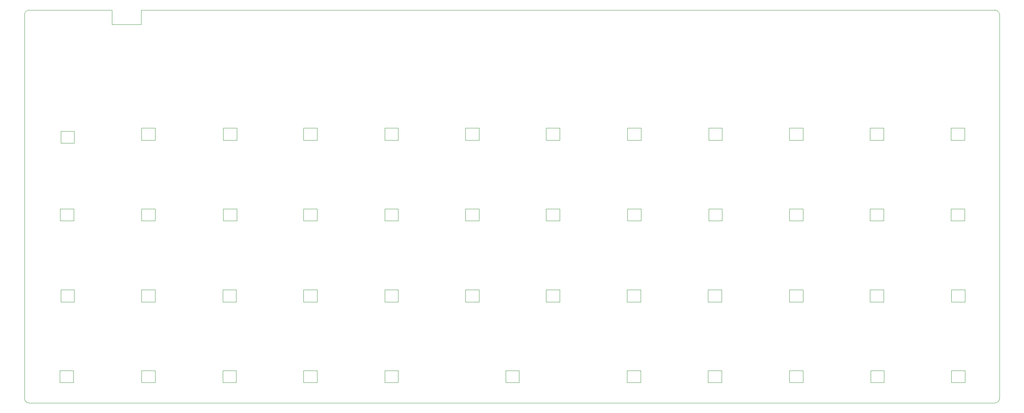
<source format=gbr>
G04 #@! TF.GenerationSoftware,KiCad,Pcbnew,(5.1.0)-1*
G04 #@! TF.CreationDate,2020-10-10T14:24:37-04:00*
G04 #@! TF.ProjectId,rev1.0,72657631-2e30-42e6-9b69-6361645f7063,rev?*
G04 #@! TF.SameCoordinates,Original*
G04 #@! TF.FileFunction,Profile,NP*
%FSLAX46Y46*%
G04 Gerber Fmt 4.6, Leading zero omitted, Abs format (unit mm)*
G04 Created by KiCad (PCBNEW (5.1.0)-1) date 2020-10-10 14:24:37*
%MOMM*%
%LPD*%
G04 APERTURE LIST*
%ADD10C,0.050000*%
%ADD11C,0.120000*%
G04 APERTURE END LIST*
D10*
X53721000Y-13335000D02*
X254508000Y-13335000D01*
X27432000Y-13335000D02*
X46863000Y-13335000D01*
X26289000Y-104775000D02*
X26289000Y-14478000D01*
X254508000Y-105918000D02*
X27432000Y-105918000D01*
X255651000Y-14478000D02*
X255651000Y-104775000D01*
X27432000Y-105918000D02*
G75*
G02X26289000Y-104775000I0J1143000D01*
G01*
X255651000Y-104775000D02*
G75*
G02X254508000Y-105918000I-1143000J0D01*
G01*
X254508000Y-13335000D02*
G75*
G02X255651000Y-14478000I0J-1143000D01*
G01*
X26289000Y-14478000D02*
G75*
G02X27432000Y-13335000I1143000J0D01*
G01*
X46863000Y-16764000D02*
X46863000Y-13335000D01*
X53721000Y-16764000D02*
X46863000Y-16764000D01*
X53721000Y-13335000D02*
X53721000Y-16764000D01*
D11*
X34809000Y-41869600D02*
X38009000Y-41869600D01*
X38009000Y-41869600D02*
X38009000Y-44669600D01*
X38009000Y-44669600D02*
X34809000Y-44669600D01*
X34809000Y-41869600D02*
X34809000Y-44669600D01*
X53808200Y-41158400D02*
X57008200Y-41158400D01*
X57008200Y-41158400D02*
X57008200Y-43958400D01*
X57008200Y-43958400D02*
X53808200Y-43958400D01*
X53808200Y-41158400D02*
X53808200Y-43958400D01*
X73010600Y-41158400D02*
X73010600Y-43958400D01*
X76210600Y-43958400D02*
X73010600Y-43958400D01*
X76210600Y-41158400D02*
X76210600Y-43958400D01*
X73010600Y-41158400D02*
X76210600Y-41158400D01*
X225309000Y-98257600D02*
X228509000Y-98257600D01*
X228509000Y-98257600D02*
X228509000Y-101057600D01*
X228509000Y-101057600D02*
X225309000Y-101057600D01*
X225309000Y-98257600D02*
X225309000Y-101057600D01*
X91908200Y-41158400D02*
X91908200Y-43958400D01*
X95108200Y-43958400D02*
X91908200Y-43958400D01*
X95108200Y-41158400D02*
X95108200Y-43958400D01*
X91908200Y-41158400D02*
X95108200Y-41158400D01*
X111009000Y-41158400D02*
X114209000Y-41158400D01*
X114209000Y-41158400D02*
X114209000Y-43958400D01*
X114209000Y-43958400D02*
X111009000Y-43958400D01*
X111009000Y-41158400D02*
X111009000Y-43958400D01*
X130008200Y-41158400D02*
X130008200Y-43958400D01*
X133208200Y-43958400D02*
X130008200Y-43958400D01*
X133208200Y-41158400D02*
X133208200Y-43958400D01*
X130008200Y-41158400D02*
X133208200Y-41158400D01*
X149007400Y-41158400D02*
X152207400Y-41158400D01*
X152207400Y-41158400D02*
X152207400Y-43958400D01*
X152207400Y-43958400D02*
X149007400Y-43958400D01*
X149007400Y-41158400D02*
X149007400Y-43958400D01*
X168108200Y-41158400D02*
X168108200Y-43958400D01*
X171308200Y-43958400D02*
X168108200Y-43958400D01*
X171308200Y-41158400D02*
X171308200Y-43958400D01*
X168108200Y-41158400D02*
X171308200Y-41158400D01*
X187209000Y-41158400D02*
X190409000Y-41158400D01*
X190409000Y-41158400D02*
X190409000Y-43958400D01*
X190409000Y-43958400D02*
X187209000Y-43958400D01*
X187209000Y-41158400D02*
X187209000Y-43958400D01*
X206208200Y-41158400D02*
X206208200Y-43958400D01*
X209408200Y-43958400D02*
X206208200Y-43958400D01*
X209408200Y-41158400D02*
X209408200Y-43958400D01*
X206208200Y-41158400D02*
X209408200Y-41158400D01*
X225207400Y-41158400D02*
X228407400Y-41158400D01*
X228407400Y-41158400D02*
X228407400Y-43958400D01*
X228407400Y-43958400D02*
X225207400Y-43958400D01*
X225207400Y-41158400D02*
X225207400Y-43958400D01*
X244206600Y-41158400D02*
X247406600Y-41158400D01*
X247406600Y-41158400D02*
X247406600Y-43958400D01*
X247406600Y-43958400D02*
X244206600Y-43958400D01*
X244206600Y-41158400D02*
X244206600Y-43958400D01*
X34707400Y-60181600D02*
X34707400Y-62981600D01*
X37907400Y-62981600D02*
X34707400Y-62981600D01*
X37907400Y-60181600D02*
X37907400Y-62981600D01*
X34707400Y-60181600D02*
X37907400Y-60181600D01*
X53808200Y-60157600D02*
X57008200Y-60157600D01*
X57008200Y-60157600D02*
X57008200Y-62957600D01*
X57008200Y-62957600D02*
X53808200Y-62957600D01*
X53808200Y-60157600D02*
X53808200Y-62957600D01*
X73010600Y-60157600D02*
X76210600Y-60157600D01*
X76210600Y-60157600D02*
X76210600Y-62957600D01*
X76210600Y-62957600D02*
X73010600Y-62957600D01*
X73010600Y-60157600D02*
X73010600Y-62957600D01*
X91908200Y-60157600D02*
X91908200Y-62957600D01*
X95108200Y-62957600D02*
X91908200Y-62957600D01*
X95108200Y-60157600D02*
X95108200Y-62957600D01*
X91908200Y-60157600D02*
X95108200Y-60157600D01*
X111009000Y-60157600D02*
X111009000Y-62957600D01*
X114209000Y-62957600D02*
X111009000Y-62957600D01*
X114209000Y-60157600D02*
X114209000Y-62957600D01*
X111009000Y-60157600D02*
X114209000Y-60157600D01*
X130008200Y-60157600D02*
X133208200Y-60157600D01*
X133208200Y-60157600D02*
X133208200Y-62957600D01*
X133208200Y-62957600D02*
X130008200Y-62957600D01*
X130008200Y-60157600D02*
X130008200Y-62957600D01*
X149007400Y-60157600D02*
X149007400Y-62957600D01*
X152207400Y-62957600D02*
X149007400Y-62957600D01*
X152207400Y-60157600D02*
X152207400Y-62957600D01*
X149007400Y-60157600D02*
X152207400Y-60157600D01*
X168108200Y-60157600D02*
X171308200Y-60157600D01*
X171308200Y-60157600D02*
X171308200Y-62957600D01*
X171308200Y-62957600D02*
X168108200Y-62957600D01*
X168108200Y-60157600D02*
X168108200Y-62957600D01*
X187209000Y-60157600D02*
X187209000Y-62957600D01*
X190409000Y-62957600D02*
X187209000Y-62957600D01*
X190409000Y-60157600D02*
X190409000Y-62957600D01*
X187209000Y-60157600D02*
X190409000Y-60157600D01*
X206208200Y-60157600D02*
X209408200Y-60157600D01*
X209408200Y-60157600D02*
X209408200Y-62957600D01*
X209408200Y-62957600D02*
X206208200Y-62957600D01*
X206208200Y-60157600D02*
X206208200Y-62957600D01*
X225207400Y-60157600D02*
X225207400Y-62957600D01*
X228407400Y-62957600D02*
X225207400Y-62957600D01*
X228407400Y-60157600D02*
X228407400Y-62957600D01*
X225207400Y-60157600D02*
X228407400Y-60157600D01*
X244206600Y-60157600D02*
X244206600Y-62957600D01*
X247406600Y-62957600D02*
X244206600Y-62957600D01*
X247406600Y-60157600D02*
X247406600Y-62957600D01*
X244206600Y-60157600D02*
X247406600Y-60157600D01*
X34809000Y-79258400D02*
X38009000Y-79258400D01*
X38009000Y-79258400D02*
X38009000Y-82058400D01*
X38009000Y-82058400D02*
X34809000Y-82058400D01*
X34809000Y-79258400D02*
X34809000Y-82058400D01*
X53808200Y-79258400D02*
X53808200Y-82058400D01*
X57008200Y-82058400D02*
X53808200Y-82058400D01*
X57008200Y-79258400D02*
X57008200Y-82058400D01*
X53808200Y-79258400D02*
X57008200Y-79258400D01*
X72909000Y-79258400D02*
X72909000Y-82058400D01*
X76109000Y-82058400D02*
X72909000Y-82058400D01*
X76109000Y-79258400D02*
X76109000Y-82058400D01*
X72909000Y-79258400D02*
X76109000Y-79258400D01*
X91908200Y-79258400D02*
X95108200Y-79258400D01*
X95108200Y-79258400D02*
X95108200Y-82058400D01*
X95108200Y-82058400D02*
X91908200Y-82058400D01*
X91908200Y-79258400D02*
X91908200Y-82058400D01*
X111009000Y-79258400D02*
X111009000Y-82058400D01*
X114209000Y-82058400D02*
X111009000Y-82058400D01*
X114209000Y-79258400D02*
X114209000Y-82058400D01*
X111009000Y-79258400D02*
X114209000Y-79258400D01*
X130008200Y-79258400D02*
X130008200Y-82058400D01*
X133208200Y-82058400D02*
X130008200Y-82058400D01*
X133208200Y-79258400D02*
X133208200Y-82058400D01*
X130008200Y-79258400D02*
X133208200Y-79258400D01*
X149007400Y-79258400D02*
X149007400Y-82058400D01*
X152207400Y-82058400D02*
X149007400Y-82058400D01*
X152207400Y-79258400D02*
X152207400Y-82058400D01*
X149007400Y-79258400D02*
X152207400Y-79258400D01*
X168006600Y-79258400D02*
X171206600Y-79258400D01*
X171206600Y-79258400D02*
X171206600Y-82058400D01*
X171206600Y-82058400D02*
X168006600Y-82058400D01*
X168006600Y-79258400D02*
X168006600Y-82058400D01*
X187107400Y-79258400D02*
X187107400Y-82058400D01*
X190307400Y-82058400D02*
X187107400Y-82058400D01*
X190307400Y-79258400D02*
X190307400Y-82058400D01*
X187107400Y-79258400D02*
X190307400Y-79258400D01*
X206208200Y-79258400D02*
X209408200Y-79258400D01*
X209408200Y-79258400D02*
X209408200Y-82058400D01*
X209408200Y-82058400D02*
X206208200Y-82058400D01*
X206208200Y-79258400D02*
X206208200Y-82058400D01*
X225207400Y-79258400D02*
X228407400Y-79258400D01*
X228407400Y-79258400D02*
X228407400Y-82058400D01*
X228407400Y-82058400D02*
X225207400Y-82058400D01*
X225207400Y-79258400D02*
X225207400Y-82058400D01*
X244308200Y-79258400D02*
X244308200Y-82058400D01*
X247508200Y-82058400D02*
X244308200Y-82058400D01*
X247508200Y-79258400D02*
X247508200Y-82058400D01*
X244308200Y-79258400D02*
X247508200Y-79258400D01*
X34605800Y-98257600D02*
X37805800Y-98257600D01*
X37805800Y-98257600D02*
X37805800Y-101057600D01*
X37805800Y-101057600D02*
X34605800Y-101057600D01*
X34605800Y-98257600D02*
X34605800Y-101057600D01*
X53808200Y-98257600D02*
X53808200Y-101057600D01*
X57008200Y-101057600D02*
X53808200Y-101057600D01*
X57008200Y-98257600D02*
X57008200Y-101057600D01*
X53808200Y-98257600D02*
X57008200Y-98257600D01*
X72909000Y-98257600D02*
X76109000Y-98257600D01*
X76109000Y-98257600D02*
X76109000Y-101057600D01*
X76109000Y-101057600D02*
X72909000Y-101057600D01*
X72909000Y-98257600D02*
X72909000Y-101057600D01*
X91908200Y-98257600D02*
X91908200Y-101057600D01*
X95108200Y-101057600D02*
X91908200Y-101057600D01*
X95108200Y-98257600D02*
X95108200Y-101057600D01*
X91908200Y-98257600D02*
X95108200Y-98257600D01*
X111009000Y-98257600D02*
X111009000Y-101057600D01*
X114209000Y-101057600D02*
X111009000Y-101057600D01*
X114209000Y-98257600D02*
X114209000Y-101057600D01*
X111009000Y-98257600D02*
X114209000Y-98257600D01*
X139457000Y-98257600D02*
X142657000Y-98257600D01*
X142657000Y-98257600D02*
X142657000Y-101057600D01*
X142657000Y-101057600D02*
X139457000Y-101057600D01*
X139457000Y-98257600D02*
X139457000Y-101057600D01*
X168006600Y-98257600D02*
X171206600Y-98257600D01*
X171206600Y-98257600D02*
X171206600Y-101057600D01*
X171206600Y-101057600D02*
X168006600Y-101057600D01*
X168006600Y-98257600D02*
X168006600Y-101057600D01*
X187107400Y-98257600D02*
X190307400Y-98257600D01*
X190307400Y-98257600D02*
X190307400Y-101057600D01*
X190307400Y-101057600D02*
X187107400Y-101057600D01*
X187107400Y-98257600D02*
X187107400Y-101057600D01*
X206208200Y-98257600D02*
X206208200Y-101057600D01*
X209408200Y-101057600D02*
X206208200Y-101057600D01*
X209408200Y-98257600D02*
X209408200Y-101057600D01*
X206208200Y-98257600D02*
X209408200Y-98257600D01*
X244308200Y-98257600D02*
X244308200Y-101057600D01*
X247508200Y-101057600D02*
X244308200Y-101057600D01*
X247508200Y-98257600D02*
X247508200Y-101057600D01*
X244308200Y-98257600D02*
X247508200Y-98257600D01*
M02*

</source>
